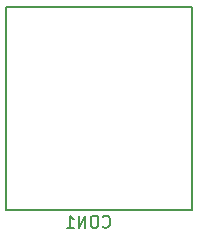
<source format=gbo>
G04 #@! TF.FileFunction,Legend,Bot*
%FSLAX46Y46*%
G04 Gerber Fmt 4.6, Leading zero omitted, Abs format (unit mm)*
G04 Created by KiCad (PCBNEW 4.0.7+dfsg1-1~bpo9+1) date Mon Jul 16 17:38:54 2018*
%MOMM*%
%LPD*%
G01*
G04 APERTURE LIST*
%ADD10C,0.100000*%
%ADD11C,0.200000*%
%ADD12C,0.150000*%
%ADD13R,1.000000X1.880000*%
%ADD14R,1.800000X1.700000*%
%ADD15R,1.900000X1.700000*%
%ADD16R,1.490000X1.500000*%
%ADD17R,1.490000X1.600000*%
%ADD18R,1.700000X1.900000*%
%ADD19R,1.927200X1.927200*%
%ADD20O,1.927200X1.927200*%
%ADD21C,11.200000*%
%ADD22C,1.200000*%
%ADD23C,2.232000*%
%ADD24C,1.724000*%
G04 APERTURE END LIST*
D10*
D11*
X70000000Y-74479350D02*
X70000000Y-91729350D01*
X85750000Y-91729350D02*
X85750000Y-74479350D01*
X85750000Y-74479350D02*
X70000000Y-74479350D01*
X70000000Y-91729350D02*
X85750000Y-91729350D01*
D12*
X78214285Y-93086493D02*
X78261904Y-93134112D01*
X78404761Y-93181731D01*
X78499999Y-93181731D01*
X78642857Y-93134112D01*
X78738095Y-93038874D01*
X78785714Y-92943636D01*
X78833333Y-92753160D01*
X78833333Y-92610302D01*
X78785714Y-92419826D01*
X78738095Y-92324588D01*
X78642857Y-92229350D01*
X78499999Y-92181731D01*
X78404761Y-92181731D01*
X78261904Y-92229350D01*
X78214285Y-92276969D01*
X77595238Y-92181731D02*
X77404761Y-92181731D01*
X77309523Y-92229350D01*
X77214285Y-92324588D01*
X77166666Y-92515064D01*
X77166666Y-92848398D01*
X77214285Y-93038874D01*
X77309523Y-93134112D01*
X77404761Y-93181731D01*
X77595238Y-93181731D01*
X77690476Y-93134112D01*
X77785714Y-93038874D01*
X77833333Y-92848398D01*
X77833333Y-92515064D01*
X77785714Y-92324588D01*
X77690476Y-92229350D01*
X77595238Y-92181731D01*
X76738095Y-93181731D02*
X76738095Y-92181731D01*
X76166666Y-93181731D01*
X76166666Y-92181731D01*
X75166666Y-93181731D02*
X75738095Y-93181731D01*
X75452381Y-93181731D02*
X75452381Y-92181731D01*
X75547619Y-92324588D01*
X75642857Y-92419826D01*
X75738095Y-92467445D01*
%LPC*%
D13*
X73100000Y-75729350D03*
X74200000Y-75729350D03*
X75300000Y-75729350D03*
X76400000Y-75729350D03*
X77500000Y-75729350D03*
X78600000Y-75729350D03*
X79700000Y-75729350D03*
X80800000Y-75729350D03*
D14*
X71700000Y-75639350D03*
D15*
X84350000Y-75639350D03*
D16*
X71055000Y-77289350D03*
D17*
X71055000Y-84689350D03*
D18*
X71160000Y-90489350D03*
X84660000Y-90489350D03*
D19*
X78040000Y-66960000D03*
D20*
X78040000Y-69500000D03*
X75500000Y-66960000D03*
X75500000Y-69500000D03*
X72960000Y-66960000D03*
X72960000Y-69500000D03*
D21*
X65000000Y-125000000D03*
X65000000Y-65000000D03*
X135000000Y-65000000D03*
X135000000Y-125000000D03*
D22*
X64000000Y-116545000D03*
X62730000Y-116545000D03*
X64000000Y-115275000D03*
X62730000Y-115275000D03*
X64000000Y-114005000D03*
X62730000Y-114005000D03*
X64000000Y-112735000D03*
X62730000Y-112735000D03*
X64000000Y-111465000D03*
X62730000Y-111465000D03*
X64000000Y-110195000D03*
X62730000Y-110195000D03*
X64000000Y-108925000D03*
X62730000Y-108925000D03*
X64000000Y-107655000D03*
X62730000Y-107655000D03*
X64000000Y-106385000D03*
X62730000Y-106385000D03*
X64000000Y-105115000D03*
X62730000Y-105115000D03*
X64000000Y-103845000D03*
X62730000Y-103845000D03*
X64000000Y-102575000D03*
X62730000Y-102575000D03*
X65270000Y-116545000D03*
X65270000Y-115275000D03*
X65270000Y-114005000D03*
X65270000Y-112735000D03*
X65270000Y-111465000D03*
X65270000Y-110195000D03*
X65270000Y-108925000D03*
X65270000Y-107655000D03*
X65270000Y-106385000D03*
X65270000Y-105115000D03*
X65270000Y-102575000D03*
X65270000Y-103845000D03*
X83455000Y-64000000D03*
X83455000Y-62730000D03*
X84725000Y-64000000D03*
X84725000Y-62730000D03*
X85995000Y-64000000D03*
X85995000Y-62730000D03*
X87265000Y-64000000D03*
X87265000Y-62730000D03*
X88535000Y-64000000D03*
X88535000Y-62730000D03*
X89805000Y-64000000D03*
X89805000Y-62730000D03*
X91075000Y-64000000D03*
X91075000Y-62730000D03*
X92345000Y-64000000D03*
X92345000Y-62730000D03*
X93615000Y-64000000D03*
X93615000Y-62730000D03*
X94885000Y-64000000D03*
X94885000Y-62730000D03*
X96155000Y-64000000D03*
X96155000Y-62730000D03*
X97425000Y-64000000D03*
X97425000Y-62730000D03*
X83455000Y-65270000D03*
X84725000Y-65270000D03*
X85995000Y-65270000D03*
X87265000Y-65270000D03*
X88535000Y-65270000D03*
X89805000Y-65270000D03*
X91075000Y-65270000D03*
X92345000Y-65270000D03*
X93615000Y-65270000D03*
X94885000Y-65270000D03*
X97425000Y-65270000D03*
X96155000Y-65270000D03*
X136000000Y-83455000D03*
X137270000Y-83455000D03*
X136000000Y-84725000D03*
X137270000Y-84725000D03*
X136000000Y-85995000D03*
X137270000Y-85995000D03*
X136000000Y-87265000D03*
X137270000Y-87265000D03*
X136000000Y-88535000D03*
X137270000Y-88535000D03*
X136000000Y-89805000D03*
X137270000Y-89805000D03*
X136000000Y-91075000D03*
X137270000Y-91075000D03*
X136000000Y-92345000D03*
X137270000Y-92345000D03*
X136000000Y-93615000D03*
X137270000Y-93615000D03*
X136000000Y-94885000D03*
X137270000Y-94885000D03*
X136000000Y-96155000D03*
X137270000Y-96155000D03*
X136000000Y-97425000D03*
X137270000Y-97425000D03*
X134730000Y-83455000D03*
X134730000Y-84725000D03*
X134730000Y-85995000D03*
X134730000Y-87265000D03*
X134730000Y-88535000D03*
X134730000Y-89805000D03*
X134730000Y-91075000D03*
X134730000Y-92345000D03*
X134730000Y-93615000D03*
X134730000Y-94885000D03*
X134730000Y-97425000D03*
X134730000Y-96155000D03*
X64000000Y-97425000D03*
X62730000Y-97425000D03*
X64000000Y-96155000D03*
X62730000Y-96155000D03*
X64000000Y-94885000D03*
X62730000Y-94885000D03*
X64000000Y-93615000D03*
X62730000Y-93615000D03*
X64000000Y-92345000D03*
X62730000Y-92345000D03*
X64000000Y-91075000D03*
X62730000Y-91075000D03*
X64000000Y-89805000D03*
X62730000Y-89805000D03*
X64000000Y-88535000D03*
X62730000Y-88535000D03*
X64000000Y-87265000D03*
X62730000Y-87265000D03*
X64000000Y-85995000D03*
X62730000Y-85995000D03*
X64000000Y-84725000D03*
X62730000Y-84725000D03*
X64000000Y-83455000D03*
X62730000Y-83455000D03*
X65270000Y-97425000D03*
X65270000Y-96155000D03*
X65270000Y-94885000D03*
X65270000Y-93615000D03*
X65270000Y-92345000D03*
X65270000Y-91075000D03*
X65270000Y-89805000D03*
X65270000Y-88535000D03*
X65270000Y-87265000D03*
X65270000Y-85995000D03*
X65270000Y-83455000D03*
X65270000Y-84725000D03*
X102575000Y-64000000D03*
X102575000Y-62730000D03*
X103845000Y-64000000D03*
X103845000Y-62730000D03*
X105115000Y-64000000D03*
X105115000Y-62730000D03*
X106385000Y-64000000D03*
X106385000Y-62730000D03*
X107655000Y-64000000D03*
X107655000Y-62730000D03*
X108925000Y-64000000D03*
X108925000Y-62730000D03*
X110195000Y-64000000D03*
X110195000Y-62730000D03*
X111465000Y-64000000D03*
X111465000Y-62730000D03*
X112735000Y-64000000D03*
X112735000Y-62730000D03*
X114005000Y-64000000D03*
X114005000Y-62730000D03*
X115275000Y-64000000D03*
X115275000Y-62730000D03*
X116545000Y-64000000D03*
X116545000Y-62730000D03*
X102575000Y-65270000D03*
X103845000Y-65270000D03*
X105115000Y-65270000D03*
X106385000Y-65270000D03*
X107655000Y-65270000D03*
X108925000Y-65270000D03*
X110195000Y-65270000D03*
X111465000Y-65270000D03*
X112735000Y-65270000D03*
X114005000Y-65270000D03*
X116545000Y-65270000D03*
X115275000Y-65270000D03*
X136000000Y-102575000D03*
X137270000Y-102575000D03*
X136000000Y-103845000D03*
X137270000Y-103845000D03*
X136000000Y-105115000D03*
X137270000Y-105115000D03*
X136000000Y-106385000D03*
X137270000Y-106385000D03*
X136000000Y-107655000D03*
X137270000Y-107655000D03*
X136000000Y-108925000D03*
X137270000Y-108925000D03*
X136000000Y-110195000D03*
X137270000Y-110195000D03*
X136000000Y-111465000D03*
X137270000Y-111465000D03*
X136000000Y-112735000D03*
X137270000Y-112735000D03*
X136000000Y-114005000D03*
X137270000Y-114005000D03*
X136000000Y-115275000D03*
X137270000Y-115275000D03*
X136000000Y-116545000D03*
X137270000Y-116545000D03*
X134730000Y-102575000D03*
X134730000Y-103845000D03*
X134730000Y-105115000D03*
X134730000Y-106385000D03*
X134730000Y-107655000D03*
X134730000Y-108925000D03*
X134730000Y-110195000D03*
X134730000Y-111465000D03*
X134730000Y-112735000D03*
X134730000Y-114005000D03*
X134730000Y-116545000D03*
X134730000Y-115275000D03*
D23*
X125660000Y-117090000D03*
X125660000Y-127250000D03*
X125660000Y-137410000D03*
X105340000Y-117090000D03*
X105340000Y-124710000D03*
X105340000Y-129790000D03*
D24*
X85540000Y-116500000D03*
X83000000Y-116500000D03*
X80460000Y-116500000D03*
X115250000Y-84110000D03*
X115250000Y-86650000D03*
X115250000Y-89190000D03*
X115250000Y-94270000D03*
X115250000Y-96810000D03*
X115250000Y-99350000D03*
X115250000Y-101890000D03*
M02*

</source>
